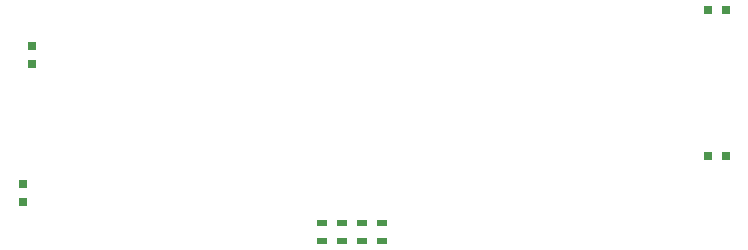
<source format=gbp>
G04*
G04 #@! TF.GenerationSoftware,Altium Limited,Altium Designer,21.9.2 (33)*
G04*
G04 Layer_Color=128*
%FSTAX24Y24*%
%MOIN*%
G70*
G04*
G04 #@! TF.SameCoordinates,C045CB64-A717-4E46-AD80-C8F196844A4B*
G04*
G04*
G04 #@! TF.FilePolarity,Positive*
G04*
G01*
G75*
%ADD22R,0.0315X0.0315*%
%ADD23R,0.0354X0.0217*%
%ADD25R,0.0315X0.0315*%
D22*
X00915Y017305D02*
D03*
Y017895D02*
D03*
X00945Y021905D02*
D03*
Y022495D02*
D03*
D23*
X019126Y016011D02*
D03*
Y016601D02*
D03*
X019797Y016011D02*
D03*
Y016601D02*
D03*
X020468Y016011D02*
D03*
Y016601D02*
D03*
X021139Y016011D02*
D03*
Y016601D02*
D03*
D25*
X032595Y01885D02*
D03*
X032005D02*
D03*
X032595Y0237D02*
D03*
X032005D02*
D03*
M02*

</source>
